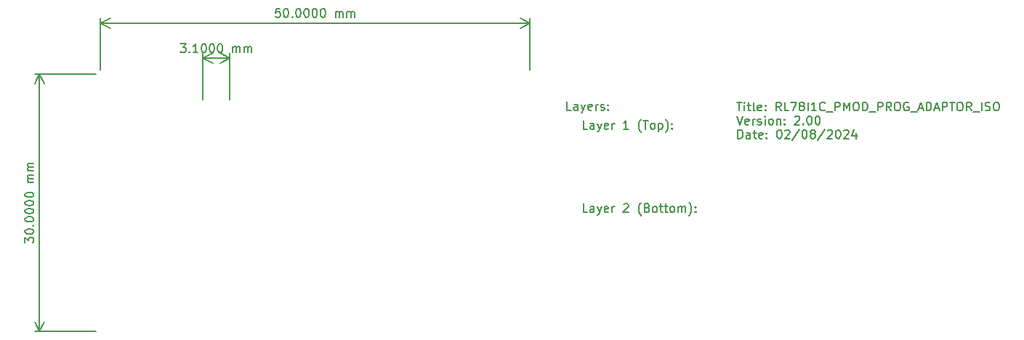
<source format=gbr>
%TF.GenerationSoftware,KiCad,Pcbnew,7.0.10*%
%TF.CreationDate,2024-08-02T12:55:58+01:00*%
%TF.ProjectId,RL78I1C_PMOD_PROG_ADAPTOR_ISO,524c3738-4931-4435-9f50-4d4f445f5052,0*%
%TF.SameCoordinates,PX5b8d800PY7997ee0*%
%TF.FileFunction,Other,Comment*%
%FSLAX46Y46*%
G04 Gerber Fmt 4.6, Leading zero omitted, Abs format (unit mm)*
G04 Created by KiCad (PCBNEW 7.0.10) date 2024-08-02 12:55:58*
%MOMM*%
%LPD*%
G01*
G04 APERTURE LIST*
%ADD10C,0.150000*%
G04 APERTURE END LIST*
D10*
X74119922Y26694181D02*
X74691350Y26694181D01*
X74405636Y25694181D02*
X74405636Y26694181D01*
X75024684Y25694181D02*
X75024684Y26360848D01*
X75024684Y26694181D02*
X74977065Y26646562D01*
X74977065Y26646562D02*
X75024684Y26598943D01*
X75024684Y26598943D02*
X75072303Y26646562D01*
X75072303Y26646562D02*
X75024684Y26694181D01*
X75024684Y26694181D02*
X75024684Y26598943D01*
X75358017Y26360848D02*
X75738969Y26360848D01*
X75500874Y26694181D02*
X75500874Y25837039D01*
X75500874Y25837039D02*
X75548493Y25741800D01*
X75548493Y25741800D02*
X75643731Y25694181D01*
X75643731Y25694181D02*
X75738969Y25694181D01*
X76215160Y25694181D02*
X76119922Y25741800D01*
X76119922Y25741800D02*
X76072303Y25837039D01*
X76072303Y25837039D02*
X76072303Y26694181D01*
X76977065Y25741800D02*
X76881827Y25694181D01*
X76881827Y25694181D02*
X76691351Y25694181D01*
X76691351Y25694181D02*
X76596113Y25741800D01*
X76596113Y25741800D02*
X76548494Y25837039D01*
X76548494Y25837039D02*
X76548494Y26217991D01*
X76548494Y26217991D02*
X76596113Y26313229D01*
X76596113Y26313229D02*
X76691351Y26360848D01*
X76691351Y26360848D02*
X76881827Y26360848D01*
X76881827Y26360848D02*
X76977065Y26313229D01*
X76977065Y26313229D02*
X77024684Y26217991D01*
X77024684Y26217991D02*
X77024684Y26122753D01*
X77024684Y26122753D02*
X76548494Y26027515D01*
X77453256Y25789420D02*
X77500875Y25741800D01*
X77500875Y25741800D02*
X77453256Y25694181D01*
X77453256Y25694181D02*
X77405637Y25741800D01*
X77405637Y25741800D02*
X77453256Y25789420D01*
X77453256Y25789420D02*
X77453256Y25694181D01*
X77453256Y26313229D02*
X77500875Y26265610D01*
X77500875Y26265610D02*
X77453256Y26217991D01*
X77453256Y26217991D02*
X77405637Y26265610D01*
X77405637Y26265610D02*
X77453256Y26313229D01*
X77453256Y26313229D02*
X77453256Y26217991D01*
X79262779Y25694181D02*
X78929446Y26170372D01*
X78691351Y25694181D02*
X78691351Y26694181D01*
X78691351Y26694181D02*
X79072303Y26694181D01*
X79072303Y26694181D02*
X79167541Y26646562D01*
X79167541Y26646562D02*
X79215160Y26598943D01*
X79215160Y26598943D02*
X79262779Y26503705D01*
X79262779Y26503705D02*
X79262779Y26360848D01*
X79262779Y26360848D02*
X79215160Y26265610D01*
X79215160Y26265610D02*
X79167541Y26217991D01*
X79167541Y26217991D02*
X79072303Y26170372D01*
X79072303Y26170372D02*
X78691351Y26170372D01*
X80167541Y25694181D02*
X79691351Y25694181D01*
X79691351Y25694181D02*
X79691351Y26694181D01*
X80405637Y26694181D02*
X81072303Y26694181D01*
X81072303Y26694181D02*
X80643732Y25694181D01*
X81596113Y26265610D02*
X81500875Y26313229D01*
X81500875Y26313229D02*
X81453256Y26360848D01*
X81453256Y26360848D02*
X81405637Y26456086D01*
X81405637Y26456086D02*
X81405637Y26503705D01*
X81405637Y26503705D02*
X81453256Y26598943D01*
X81453256Y26598943D02*
X81500875Y26646562D01*
X81500875Y26646562D02*
X81596113Y26694181D01*
X81596113Y26694181D02*
X81786589Y26694181D01*
X81786589Y26694181D02*
X81881827Y26646562D01*
X81881827Y26646562D02*
X81929446Y26598943D01*
X81929446Y26598943D02*
X81977065Y26503705D01*
X81977065Y26503705D02*
X81977065Y26456086D01*
X81977065Y26456086D02*
X81929446Y26360848D01*
X81929446Y26360848D02*
X81881827Y26313229D01*
X81881827Y26313229D02*
X81786589Y26265610D01*
X81786589Y26265610D02*
X81596113Y26265610D01*
X81596113Y26265610D02*
X81500875Y26217991D01*
X81500875Y26217991D02*
X81453256Y26170372D01*
X81453256Y26170372D02*
X81405637Y26075134D01*
X81405637Y26075134D02*
X81405637Y25884658D01*
X81405637Y25884658D02*
X81453256Y25789420D01*
X81453256Y25789420D02*
X81500875Y25741800D01*
X81500875Y25741800D02*
X81596113Y25694181D01*
X81596113Y25694181D02*
X81786589Y25694181D01*
X81786589Y25694181D02*
X81881827Y25741800D01*
X81881827Y25741800D02*
X81929446Y25789420D01*
X81929446Y25789420D02*
X81977065Y25884658D01*
X81977065Y25884658D02*
X81977065Y26075134D01*
X81977065Y26075134D02*
X81929446Y26170372D01*
X81929446Y26170372D02*
X81881827Y26217991D01*
X81881827Y26217991D02*
X81786589Y26265610D01*
X82405637Y25694181D02*
X82405637Y26694181D01*
X83405636Y25694181D02*
X82834208Y25694181D01*
X83119922Y25694181D02*
X83119922Y26694181D01*
X83119922Y26694181D02*
X83024684Y26551324D01*
X83024684Y26551324D02*
X82929446Y26456086D01*
X82929446Y26456086D02*
X82834208Y26408467D01*
X84405636Y25789420D02*
X84358017Y25741800D01*
X84358017Y25741800D02*
X84215160Y25694181D01*
X84215160Y25694181D02*
X84119922Y25694181D01*
X84119922Y25694181D02*
X83977065Y25741800D01*
X83977065Y25741800D02*
X83881827Y25837039D01*
X83881827Y25837039D02*
X83834208Y25932277D01*
X83834208Y25932277D02*
X83786589Y26122753D01*
X83786589Y26122753D02*
X83786589Y26265610D01*
X83786589Y26265610D02*
X83834208Y26456086D01*
X83834208Y26456086D02*
X83881827Y26551324D01*
X83881827Y26551324D02*
X83977065Y26646562D01*
X83977065Y26646562D02*
X84119922Y26694181D01*
X84119922Y26694181D02*
X84215160Y26694181D01*
X84215160Y26694181D02*
X84358017Y26646562D01*
X84358017Y26646562D02*
X84405636Y26598943D01*
X84596113Y25598943D02*
X85358017Y25598943D01*
X85596113Y25694181D02*
X85596113Y26694181D01*
X85596113Y26694181D02*
X85977065Y26694181D01*
X85977065Y26694181D02*
X86072303Y26646562D01*
X86072303Y26646562D02*
X86119922Y26598943D01*
X86119922Y26598943D02*
X86167541Y26503705D01*
X86167541Y26503705D02*
X86167541Y26360848D01*
X86167541Y26360848D02*
X86119922Y26265610D01*
X86119922Y26265610D02*
X86072303Y26217991D01*
X86072303Y26217991D02*
X85977065Y26170372D01*
X85977065Y26170372D02*
X85596113Y26170372D01*
X86596113Y25694181D02*
X86596113Y26694181D01*
X86596113Y26694181D02*
X86929446Y25979896D01*
X86929446Y25979896D02*
X87262779Y26694181D01*
X87262779Y26694181D02*
X87262779Y25694181D01*
X87929446Y26694181D02*
X88119922Y26694181D01*
X88119922Y26694181D02*
X88215160Y26646562D01*
X88215160Y26646562D02*
X88310398Y26551324D01*
X88310398Y26551324D02*
X88358017Y26360848D01*
X88358017Y26360848D02*
X88358017Y26027515D01*
X88358017Y26027515D02*
X88310398Y25837039D01*
X88310398Y25837039D02*
X88215160Y25741800D01*
X88215160Y25741800D02*
X88119922Y25694181D01*
X88119922Y25694181D02*
X87929446Y25694181D01*
X87929446Y25694181D02*
X87834208Y25741800D01*
X87834208Y25741800D02*
X87738970Y25837039D01*
X87738970Y25837039D02*
X87691351Y26027515D01*
X87691351Y26027515D02*
X87691351Y26360848D01*
X87691351Y26360848D02*
X87738970Y26551324D01*
X87738970Y26551324D02*
X87834208Y26646562D01*
X87834208Y26646562D02*
X87929446Y26694181D01*
X88786589Y25694181D02*
X88786589Y26694181D01*
X88786589Y26694181D02*
X89024684Y26694181D01*
X89024684Y26694181D02*
X89167541Y26646562D01*
X89167541Y26646562D02*
X89262779Y26551324D01*
X89262779Y26551324D02*
X89310398Y26456086D01*
X89310398Y26456086D02*
X89358017Y26265610D01*
X89358017Y26265610D02*
X89358017Y26122753D01*
X89358017Y26122753D02*
X89310398Y25932277D01*
X89310398Y25932277D02*
X89262779Y25837039D01*
X89262779Y25837039D02*
X89167541Y25741800D01*
X89167541Y25741800D02*
X89024684Y25694181D01*
X89024684Y25694181D02*
X88786589Y25694181D01*
X89548494Y25598943D02*
X90310398Y25598943D01*
X90548494Y25694181D02*
X90548494Y26694181D01*
X90548494Y26694181D02*
X90929446Y26694181D01*
X90929446Y26694181D02*
X91024684Y26646562D01*
X91024684Y26646562D02*
X91072303Y26598943D01*
X91072303Y26598943D02*
X91119922Y26503705D01*
X91119922Y26503705D02*
X91119922Y26360848D01*
X91119922Y26360848D02*
X91072303Y26265610D01*
X91072303Y26265610D02*
X91024684Y26217991D01*
X91024684Y26217991D02*
X90929446Y26170372D01*
X90929446Y26170372D02*
X90548494Y26170372D01*
X92119922Y25694181D02*
X91786589Y26170372D01*
X91548494Y25694181D02*
X91548494Y26694181D01*
X91548494Y26694181D02*
X91929446Y26694181D01*
X91929446Y26694181D02*
X92024684Y26646562D01*
X92024684Y26646562D02*
X92072303Y26598943D01*
X92072303Y26598943D02*
X92119922Y26503705D01*
X92119922Y26503705D02*
X92119922Y26360848D01*
X92119922Y26360848D02*
X92072303Y26265610D01*
X92072303Y26265610D02*
X92024684Y26217991D01*
X92024684Y26217991D02*
X91929446Y26170372D01*
X91929446Y26170372D02*
X91548494Y26170372D01*
X92738970Y26694181D02*
X92929446Y26694181D01*
X92929446Y26694181D02*
X93024684Y26646562D01*
X93024684Y26646562D02*
X93119922Y26551324D01*
X93119922Y26551324D02*
X93167541Y26360848D01*
X93167541Y26360848D02*
X93167541Y26027515D01*
X93167541Y26027515D02*
X93119922Y25837039D01*
X93119922Y25837039D02*
X93024684Y25741800D01*
X93024684Y25741800D02*
X92929446Y25694181D01*
X92929446Y25694181D02*
X92738970Y25694181D01*
X92738970Y25694181D02*
X92643732Y25741800D01*
X92643732Y25741800D02*
X92548494Y25837039D01*
X92548494Y25837039D02*
X92500875Y26027515D01*
X92500875Y26027515D02*
X92500875Y26360848D01*
X92500875Y26360848D02*
X92548494Y26551324D01*
X92548494Y26551324D02*
X92643732Y26646562D01*
X92643732Y26646562D02*
X92738970Y26694181D01*
X94119922Y26646562D02*
X94024684Y26694181D01*
X94024684Y26694181D02*
X93881827Y26694181D01*
X93881827Y26694181D02*
X93738970Y26646562D01*
X93738970Y26646562D02*
X93643732Y26551324D01*
X93643732Y26551324D02*
X93596113Y26456086D01*
X93596113Y26456086D02*
X93548494Y26265610D01*
X93548494Y26265610D02*
X93548494Y26122753D01*
X93548494Y26122753D02*
X93596113Y25932277D01*
X93596113Y25932277D02*
X93643732Y25837039D01*
X93643732Y25837039D02*
X93738970Y25741800D01*
X93738970Y25741800D02*
X93881827Y25694181D01*
X93881827Y25694181D02*
X93977065Y25694181D01*
X93977065Y25694181D02*
X94119922Y25741800D01*
X94119922Y25741800D02*
X94167541Y25789420D01*
X94167541Y25789420D02*
X94167541Y26122753D01*
X94167541Y26122753D02*
X93977065Y26122753D01*
X94358018Y25598943D02*
X95119922Y25598943D01*
X95310399Y25979896D02*
X95786589Y25979896D01*
X95215161Y25694181D02*
X95548494Y26694181D01*
X95548494Y26694181D02*
X95881827Y25694181D01*
X96215161Y25694181D02*
X96215161Y26694181D01*
X96215161Y26694181D02*
X96453256Y26694181D01*
X96453256Y26694181D02*
X96596113Y26646562D01*
X96596113Y26646562D02*
X96691351Y26551324D01*
X96691351Y26551324D02*
X96738970Y26456086D01*
X96738970Y26456086D02*
X96786589Y26265610D01*
X96786589Y26265610D02*
X96786589Y26122753D01*
X96786589Y26122753D02*
X96738970Y25932277D01*
X96738970Y25932277D02*
X96691351Y25837039D01*
X96691351Y25837039D02*
X96596113Y25741800D01*
X96596113Y25741800D02*
X96453256Y25694181D01*
X96453256Y25694181D02*
X96215161Y25694181D01*
X97167542Y25979896D02*
X97643732Y25979896D01*
X97072304Y25694181D02*
X97405637Y26694181D01*
X97405637Y26694181D02*
X97738970Y25694181D01*
X98072304Y25694181D02*
X98072304Y26694181D01*
X98072304Y26694181D02*
X98453256Y26694181D01*
X98453256Y26694181D02*
X98548494Y26646562D01*
X98548494Y26646562D02*
X98596113Y26598943D01*
X98596113Y26598943D02*
X98643732Y26503705D01*
X98643732Y26503705D02*
X98643732Y26360848D01*
X98643732Y26360848D02*
X98596113Y26265610D01*
X98596113Y26265610D02*
X98548494Y26217991D01*
X98548494Y26217991D02*
X98453256Y26170372D01*
X98453256Y26170372D02*
X98072304Y26170372D01*
X98929447Y26694181D02*
X99500875Y26694181D01*
X99215161Y25694181D02*
X99215161Y26694181D01*
X100024685Y26694181D02*
X100215161Y26694181D01*
X100215161Y26694181D02*
X100310399Y26646562D01*
X100310399Y26646562D02*
X100405637Y26551324D01*
X100405637Y26551324D02*
X100453256Y26360848D01*
X100453256Y26360848D02*
X100453256Y26027515D01*
X100453256Y26027515D02*
X100405637Y25837039D01*
X100405637Y25837039D02*
X100310399Y25741800D01*
X100310399Y25741800D02*
X100215161Y25694181D01*
X100215161Y25694181D02*
X100024685Y25694181D01*
X100024685Y25694181D02*
X99929447Y25741800D01*
X99929447Y25741800D02*
X99834209Y25837039D01*
X99834209Y25837039D02*
X99786590Y26027515D01*
X99786590Y26027515D02*
X99786590Y26360848D01*
X99786590Y26360848D02*
X99834209Y26551324D01*
X99834209Y26551324D02*
X99929447Y26646562D01*
X99929447Y26646562D02*
X100024685Y26694181D01*
X101453256Y25694181D02*
X101119923Y26170372D01*
X100881828Y25694181D02*
X100881828Y26694181D01*
X100881828Y26694181D02*
X101262780Y26694181D01*
X101262780Y26694181D02*
X101358018Y26646562D01*
X101358018Y26646562D02*
X101405637Y26598943D01*
X101405637Y26598943D02*
X101453256Y26503705D01*
X101453256Y26503705D02*
X101453256Y26360848D01*
X101453256Y26360848D02*
X101405637Y26265610D01*
X101405637Y26265610D02*
X101358018Y26217991D01*
X101358018Y26217991D02*
X101262780Y26170372D01*
X101262780Y26170372D02*
X100881828Y26170372D01*
X101643733Y25598943D02*
X102405637Y25598943D01*
X102643733Y25694181D02*
X102643733Y26694181D01*
X103072304Y25741800D02*
X103215161Y25694181D01*
X103215161Y25694181D02*
X103453256Y25694181D01*
X103453256Y25694181D02*
X103548494Y25741800D01*
X103548494Y25741800D02*
X103596113Y25789420D01*
X103596113Y25789420D02*
X103643732Y25884658D01*
X103643732Y25884658D02*
X103643732Y25979896D01*
X103643732Y25979896D02*
X103596113Y26075134D01*
X103596113Y26075134D02*
X103548494Y26122753D01*
X103548494Y26122753D02*
X103453256Y26170372D01*
X103453256Y26170372D02*
X103262780Y26217991D01*
X103262780Y26217991D02*
X103167542Y26265610D01*
X103167542Y26265610D02*
X103119923Y26313229D01*
X103119923Y26313229D02*
X103072304Y26408467D01*
X103072304Y26408467D02*
X103072304Y26503705D01*
X103072304Y26503705D02*
X103119923Y26598943D01*
X103119923Y26598943D02*
X103167542Y26646562D01*
X103167542Y26646562D02*
X103262780Y26694181D01*
X103262780Y26694181D02*
X103500875Y26694181D01*
X103500875Y26694181D02*
X103643732Y26646562D01*
X104262780Y26694181D02*
X104453256Y26694181D01*
X104453256Y26694181D02*
X104548494Y26646562D01*
X104548494Y26646562D02*
X104643732Y26551324D01*
X104643732Y26551324D02*
X104691351Y26360848D01*
X104691351Y26360848D02*
X104691351Y26027515D01*
X104691351Y26027515D02*
X104643732Y25837039D01*
X104643732Y25837039D02*
X104548494Y25741800D01*
X104548494Y25741800D02*
X104453256Y25694181D01*
X104453256Y25694181D02*
X104262780Y25694181D01*
X104262780Y25694181D02*
X104167542Y25741800D01*
X104167542Y25741800D02*
X104072304Y25837039D01*
X104072304Y25837039D02*
X104024685Y26027515D01*
X104024685Y26027515D02*
X104024685Y26360848D01*
X104024685Y26360848D02*
X104072304Y26551324D01*
X104072304Y26551324D02*
X104167542Y26646562D01*
X104167542Y26646562D02*
X104262780Y26694181D01*
X74119922Y25084181D02*
X74453255Y24084181D01*
X74453255Y24084181D02*
X74786588Y25084181D01*
X75500874Y24131800D02*
X75405636Y24084181D01*
X75405636Y24084181D02*
X75215160Y24084181D01*
X75215160Y24084181D02*
X75119922Y24131800D01*
X75119922Y24131800D02*
X75072303Y24227039D01*
X75072303Y24227039D02*
X75072303Y24607991D01*
X75072303Y24607991D02*
X75119922Y24703229D01*
X75119922Y24703229D02*
X75215160Y24750848D01*
X75215160Y24750848D02*
X75405636Y24750848D01*
X75405636Y24750848D02*
X75500874Y24703229D01*
X75500874Y24703229D02*
X75548493Y24607991D01*
X75548493Y24607991D02*
X75548493Y24512753D01*
X75548493Y24512753D02*
X75072303Y24417515D01*
X75977065Y24084181D02*
X75977065Y24750848D01*
X75977065Y24560372D02*
X76024684Y24655610D01*
X76024684Y24655610D02*
X76072303Y24703229D01*
X76072303Y24703229D02*
X76167541Y24750848D01*
X76167541Y24750848D02*
X76262779Y24750848D01*
X76548494Y24131800D02*
X76643732Y24084181D01*
X76643732Y24084181D02*
X76834208Y24084181D01*
X76834208Y24084181D02*
X76929446Y24131800D01*
X76929446Y24131800D02*
X76977065Y24227039D01*
X76977065Y24227039D02*
X76977065Y24274658D01*
X76977065Y24274658D02*
X76929446Y24369896D01*
X76929446Y24369896D02*
X76834208Y24417515D01*
X76834208Y24417515D02*
X76691351Y24417515D01*
X76691351Y24417515D02*
X76596113Y24465134D01*
X76596113Y24465134D02*
X76548494Y24560372D01*
X76548494Y24560372D02*
X76548494Y24607991D01*
X76548494Y24607991D02*
X76596113Y24703229D01*
X76596113Y24703229D02*
X76691351Y24750848D01*
X76691351Y24750848D02*
X76834208Y24750848D01*
X76834208Y24750848D02*
X76929446Y24703229D01*
X77405637Y24084181D02*
X77405637Y24750848D01*
X77405637Y25084181D02*
X77358018Y25036562D01*
X77358018Y25036562D02*
X77405637Y24988943D01*
X77405637Y24988943D02*
X77453256Y25036562D01*
X77453256Y25036562D02*
X77405637Y25084181D01*
X77405637Y25084181D02*
X77405637Y24988943D01*
X78024684Y24084181D02*
X77929446Y24131800D01*
X77929446Y24131800D02*
X77881827Y24179420D01*
X77881827Y24179420D02*
X77834208Y24274658D01*
X77834208Y24274658D02*
X77834208Y24560372D01*
X77834208Y24560372D02*
X77881827Y24655610D01*
X77881827Y24655610D02*
X77929446Y24703229D01*
X77929446Y24703229D02*
X78024684Y24750848D01*
X78024684Y24750848D02*
X78167541Y24750848D01*
X78167541Y24750848D02*
X78262779Y24703229D01*
X78262779Y24703229D02*
X78310398Y24655610D01*
X78310398Y24655610D02*
X78358017Y24560372D01*
X78358017Y24560372D02*
X78358017Y24274658D01*
X78358017Y24274658D02*
X78310398Y24179420D01*
X78310398Y24179420D02*
X78262779Y24131800D01*
X78262779Y24131800D02*
X78167541Y24084181D01*
X78167541Y24084181D02*
X78024684Y24084181D01*
X78786589Y24750848D02*
X78786589Y24084181D01*
X78786589Y24655610D02*
X78834208Y24703229D01*
X78834208Y24703229D02*
X78929446Y24750848D01*
X78929446Y24750848D02*
X79072303Y24750848D01*
X79072303Y24750848D02*
X79167541Y24703229D01*
X79167541Y24703229D02*
X79215160Y24607991D01*
X79215160Y24607991D02*
X79215160Y24084181D01*
X79691351Y24179420D02*
X79738970Y24131800D01*
X79738970Y24131800D02*
X79691351Y24084181D01*
X79691351Y24084181D02*
X79643732Y24131800D01*
X79643732Y24131800D02*
X79691351Y24179420D01*
X79691351Y24179420D02*
X79691351Y24084181D01*
X79691351Y24703229D02*
X79738970Y24655610D01*
X79738970Y24655610D02*
X79691351Y24607991D01*
X79691351Y24607991D02*
X79643732Y24655610D01*
X79643732Y24655610D02*
X79691351Y24703229D01*
X79691351Y24703229D02*
X79691351Y24607991D01*
X80881827Y24988943D02*
X80929446Y25036562D01*
X80929446Y25036562D02*
X81024684Y25084181D01*
X81024684Y25084181D02*
X81262779Y25084181D01*
X81262779Y25084181D02*
X81358017Y25036562D01*
X81358017Y25036562D02*
X81405636Y24988943D01*
X81405636Y24988943D02*
X81453255Y24893705D01*
X81453255Y24893705D02*
X81453255Y24798467D01*
X81453255Y24798467D02*
X81405636Y24655610D01*
X81405636Y24655610D02*
X80834208Y24084181D01*
X80834208Y24084181D02*
X81453255Y24084181D01*
X81881827Y24179420D02*
X81929446Y24131800D01*
X81929446Y24131800D02*
X81881827Y24084181D01*
X81881827Y24084181D02*
X81834208Y24131800D01*
X81834208Y24131800D02*
X81881827Y24179420D01*
X81881827Y24179420D02*
X81881827Y24084181D01*
X82548493Y25084181D02*
X82643731Y25084181D01*
X82643731Y25084181D02*
X82738969Y25036562D01*
X82738969Y25036562D02*
X82786588Y24988943D01*
X82786588Y24988943D02*
X82834207Y24893705D01*
X82834207Y24893705D02*
X82881826Y24703229D01*
X82881826Y24703229D02*
X82881826Y24465134D01*
X82881826Y24465134D02*
X82834207Y24274658D01*
X82834207Y24274658D02*
X82786588Y24179420D01*
X82786588Y24179420D02*
X82738969Y24131800D01*
X82738969Y24131800D02*
X82643731Y24084181D01*
X82643731Y24084181D02*
X82548493Y24084181D01*
X82548493Y24084181D02*
X82453255Y24131800D01*
X82453255Y24131800D02*
X82405636Y24179420D01*
X82405636Y24179420D02*
X82358017Y24274658D01*
X82358017Y24274658D02*
X82310398Y24465134D01*
X82310398Y24465134D02*
X82310398Y24703229D01*
X82310398Y24703229D02*
X82358017Y24893705D01*
X82358017Y24893705D02*
X82405636Y24988943D01*
X82405636Y24988943D02*
X82453255Y25036562D01*
X82453255Y25036562D02*
X82548493Y25084181D01*
X83500874Y25084181D02*
X83596112Y25084181D01*
X83596112Y25084181D02*
X83691350Y25036562D01*
X83691350Y25036562D02*
X83738969Y24988943D01*
X83738969Y24988943D02*
X83786588Y24893705D01*
X83786588Y24893705D02*
X83834207Y24703229D01*
X83834207Y24703229D02*
X83834207Y24465134D01*
X83834207Y24465134D02*
X83786588Y24274658D01*
X83786588Y24274658D02*
X83738969Y24179420D01*
X83738969Y24179420D02*
X83691350Y24131800D01*
X83691350Y24131800D02*
X83596112Y24084181D01*
X83596112Y24084181D02*
X83500874Y24084181D01*
X83500874Y24084181D02*
X83405636Y24131800D01*
X83405636Y24131800D02*
X83358017Y24179420D01*
X83358017Y24179420D02*
X83310398Y24274658D01*
X83310398Y24274658D02*
X83262779Y24465134D01*
X83262779Y24465134D02*
X83262779Y24703229D01*
X83262779Y24703229D02*
X83310398Y24893705D01*
X83310398Y24893705D02*
X83358017Y24988943D01*
X83358017Y24988943D02*
X83405636Y25036562D01*
X83405636Y25036562D02*
X83500874Y25084181D01*
X74262779Y22474181D02*
X74262779Y23474181D01*
X74262779Y23474181D02*
X74500874Y23474181D01*
X74500874Y23474181D02*
X74643731Y23426562D01*
X74643731Y23426562D02*
X74738969Y23331324D01*
X74738969Y23331324D02*
X74786588Y23236086D01*
X74786588Y23236086D02*
X74834207Y23045610D01*
X74834207Y23045610D02*
X74834207Y22902753D01*
X74834207Y22902753D02*
X74786588Y22712277D01*
X74786588Y22712277D02*
X74738969Y22617039D01*
X74738969Y22617039D02*
X74643731Y22521800D01*
X74643731Y22521800D02*
X74500874Y22474181D01*
X74500874Y22474181D02*
X74262779Y22474181D01*
X75691350Y22474181D02*
X75691350Y22997991D01*
X75691350Y22997991D02*
X75643731Y23093229D01*
X75643731Y23093229D02*
X75548493Y23140848D01*
X75548493Y23140848D02*
X75358017Y23140848D01*
X75358017Y23140848D02*
X75262779Y23093229D01*
X75691350Y22521800D02*
X75596112Y22474181D01*
X75596112Y22474181D02*
X75358017Y22474181D01*
X75358017Y22474181D02*
X75262779Y22521800D01*
X75262779Y22521800D02*
X75215160Y22617039D01*
X75215160Y22617039D02*
X75215160Y22712277D01*
X75215160Y22712277D02*
X75262779Y22807515D01*
X75262779Y22807515D02*
X75358017Y22855134D01*
X75358017Y22855134D02*
X75596112Y22855134D01*
X75596112Y22855134D02*
X75691350Y22902753D01*
X76024684Y23140848D02*
X76405636Y23140848D01*
X76167541Y23474181D02*
X76167541Y22617039D01*
X76167541Y22617039D02*
X76215160Y22521800D01*
X76215160Y22521800D02*
X76310398Y22474181D01*
X76310398Y22474181D02*
X76405636Y22474181D01*
X77119922Y22521800D02*
X77024684Y22474181D01*
X77024684Y22474181D02*
X76834208Y22474181D01*
X76834208Y22474181D02*
X76738970Y22521800D01*
X76738970Y22521800D02*
X76691351Y22617039D01*
X76691351Y22617039D02*
X76691351Y22997991D01*
X76691351Y22997991D02*
X76738970Y23093229D01*
X76738970Y23093229D02*
X76834208Y23140848D01*
X76834208Y23140848D02*
X77024684Y23140848D01*
X77024684Y23140848D02*
X77119922Y23093229D01*
X77119922Y23093229D02*
X77167541Y22997991D01*
X77167541Y22997991D02*
X77167541Y22902753D01*
X77167541Y22902753D02*
X76691351Y22807515D01*
X77596113Y22569420D02*
X77643732Y22521800D01*
X77643732Y22521800D02*
X77596113Y22474181D01*
X77596113Y22474181D02*
X77548494Y22521800D01*
X77548494Y22521800D02*
X77596113Y22569420D01*
X77596113Y22569420D02*
X77596113Y22474181D01*
X77596113Y23093229D02*
X77643732Y23045610D01*
X77643732Y23045610D02*
X77596113Y22997991D01*
X77596113Y22997991D02*
X77548494Y23045610D01*
X77548494Y23045610D02*
X77596113Y23093229D01*
X77596113Y23093229D02*
X77596113Y22997991D01*
X79024684Y23474181D02*
X79119922Y23474181D01*
X79119922Y23474181D02*
X79215160Y23426562D01*
X79215160Y23426562D02*
X79262779Y23378943D01*
X79262779Y23378943D02*
X79310398Y23283705D01*
X79310398Y23283705D02*
X79358017Y23093229D01*
X79358017Y23093229D02*
X79358017Y22855134D01*
X79358017Y22855134D02*
X79310398Y22664658D01*
X79310398Y22664658D02*
X79262779Y22569420D01*
X79262779Y22569420D02*
X79215160Y22521800D01*
X79215160Y22521800D02*
X79119922Y22474181D01*
X79119922Y22474181D02*
X79024684Y22474181D01*
X79024684Y22474181D02*
X78929446Y22521800D01*
X78929446Y22521800D02*
X78881827Y22569420D01*
X78881827Y22569420D02*
X78834208Y22664658D01*
X78834208Y22664658D02*
X78786589Y22855134D01*
X78786589Y22855134D02*
X78786589Y23093229D01*
X78786589Y23093229D02*
X78834208Y23283705D01*
X78834208Y23283705D02*
X78881827Y23378943D01*
X78881827Y23378943D02*
X78929446Y23426562D01*
X78929446Y23426562D02*
X79024684Y23474181D01*
X79738970Y23378943D02*
X79786589Y23426562D01*
X79786589Y23426562D02*
X79881827Y23474181D01*
X79881827Y23474181D02*
X80119922Y23474181D01*
X80119922Y23474181D02*
X80215160Y23426562D01*
X80215160Y23426562D02*
X80262779Y23378943D01*
X80262779Y23378943D02*
X80310398Y23283705D01*
X80310398Y23283705D02*
X80310398Y23188467D01*
X80310398Y23188467D02*
X80262779Y23045610D01*
X80262779Y23045610D02*
X79691351Y22474181D01*
X79691351Y22474181D02*
X80310398Y22474181D01*
X81453255Y23521800D02*
X80596113Y22236086D01*
X81977065Y23474181D02*
X82072303Y23474181D01*
X82072303Y23474181D02*
X82167541Y23426562D01*
X82167541Y23426562D02*
X82215160Y23378943D01*
X82215160Y23378943D02*
X82262779Y23283705D01*
X82262779Y23283705D02*
X82310398Y23093229D01*
X82310398Y23093229D02*
X82310398Y22855134D01*
X82310398Y22855134D02*
X82262779Y22664658D01*
X82262779Y22664658D02*
X82215160Y22569420D01*
X82215160Y22569420D02*
X82167541Y22521800D01*
X82167541Y22521800D02*
X82072303Y22474181D01*
X82072303Y22474181D02*
X81977065Y22474181D01*
X81977065Y22474181D02*
X81881827Y22521800D01*
X81881827Y22521800D02*
X81834208Y22569420D01*
X81834208Y22569420D02*
X81786589Y22664658D01*
X81786589Y22664658D02*
X81738970Y22855134D01*
X81738970Y22855134D02*
X81738970Y23093229D01*
X81738970Y23093229D02*
X81786589Y23283705D01*
X81786589Y23283705D02*
X81834208Y23378943D01*
X81834208Y23378943D02*
X81881827Y23426562D01*
X81881827Y23426562D02*
X81977065Y23474181D01*
X82881827Y23045610D02*
X82786589Y23093229D01*
X82786589Y23093229D02*
X82738970Y23140848D01*
X82738970Y23140848D02*
X82691351Y23236086D01*
X82691351Y23236086D02*
X82691351Y23283705D01*
X82691351Y23283705D02*
X82738970Y23378943D01*
X82738970Y23378943D02*
X82786589Y23426562D01*
X82786589Y23426562D02*
X82881827Y23474181D01*
X82881827Y23474181D02*
X83072303Y23474181D01*
X83072303Y23474181D02*
X83167541Y23426562D01*
X83167541Y23426562D02*
X83215160Y23378943D01*
X83215160Y23378943D02*
X83262779Y23283705D01*
X83262779Y23283705D02*
X83262779Y23236086D01*
X83262779Y23236086D02*
X83215160Y23140848D01*
X83215160Y23140848D02*
X83167541Y23093229D01*
X83167541Y23093229D02*
X83072303Y23045610D01*
X83072303Y23045610D02*
X82881827Y23045610D01*
X82881827Y23045610D02*
X82786589Y22997991D01*
X82786589Y22997991D02*
X82738970Y22950372D01*
X82738970Y22950372D02*
X82691351Y22855134D01*
X82691351Y22855134D02*
X82691351Y22664658D01*
X82691351Y22664658D02*
X82738970Y22569420D01*
X82738970Y22569420D02*
X82786589Y22521800D01*
X82786589Y22521800D02*
X82881827Y22474181D01*
X82881827Y22474181D02*
X83072303Y22474181D01*
X83072303Y22474181D02*
X83167541Y22521800D01*
X83167541Y22521800D02*
X83215160Y22569420D01*
X83215160Y22569420D02*
X83262779Y22664658D01*
X83262779Y22664658D02*
X83262779Y22855134D01*
X83262779Y22855134D02*
X83215160Y22950372D01*
X83215160Y22950372D02*
X83167541Y22997991D01*
X83167541Y22997991D02*
X83072303Y23045610D01*
X84405636Y23521800D02*
X83548494Y22236086D01*
X84691351Y23378943D02*
X84738970Y23426562D01*
X84738970Y23426562D02*
X84834208Y23474181D01*
X84834208Y23474181D02*
X85072303Y23474181D01*
X85072303Y23474181D02*
X85167541Y23426562D01*
X85167541Y23426562D02*
X85215160Y23378943D01*
X85215160Y23378943D02*
X85262779Y23283705D01*
X85262779Y23283705D02*
X85262779Y23188467D01*
X85262779Y23188467D02*
X85215160Y23045610D01*
X85215160Y23045610D02*
X84643732Y22474181D01*
X84643732Y22474181D02*
X85262779Y22474181D01*
X85881827Y23474181D02*
X85977065Y23474181D01*
X85977065Y23474181D02*
X86072303Y23426562D01*
X86072303Y23426562D02*
X86119922Y23378943D01*
X86119922Y23378943D02*
X86167541Y23283705D01*
X86167541Y23283705D02*
X86215160Y23093229D01*
X86215160Y23093229D02*
X86215160Y22855134D01*
X86215160Y22855134D02*
X86167541Y22664658D01*
X86167541Y22664658D02*
X86119922Y22569420D01*
X86119922Y22569420D02*
X86072303Y22521800D01*
X86072303Y22521800D02*
X85977065Y22474181D01*
X85977065Y22474181D02*
X85881827Y22474181D01*
X85881827Y22474181D02*
X85786589Y22521800D01*
X85786589Y22521800D02*
X85738970Y22569420D01*
X85738970Y22569420D02*
X85691351Y22664658D01*
X85691351Y22664658D02*
X85643732Y22855134D01*
X85643732Y22855134D02*
X85643732Y23093229D01*
X85643732Y23093229D02*
X85691351Y23283705D01*
X85691351Y23283705D02*
X85738970Y23378943D01*
X85738970Y23378943D02*
X85786589Y23426562D01*
X85786589Y23426562D02*
X85881827Y23474181D01*
X86596113Y23378943D02*
X86643732Y23426562D01*
X86643732Y23426562D02*
X86738970Y23474181D01*
X86738970Y23474181D02*
X86977065Y23474181D01*
X86977065Y23474181D02*
X87072303Y23426562D01*
X87072303Y23426562D02*
X87119922Y23378943D01*
X87119922Y23378943D02*
X87167541Y23283705D01*
X87167541Y23283705D02*
X87167541Y23188467D01*
X87167541Y23188467D02*
X87119922Y23045610D01*
X87119922Y23045610D02*
X86548494Y22474181D01*
X86548494Y22474181D02*
X87167541Y22474181D01*
X88024684Y23140848D02*
X88024684Y22474181D01*
X87786589Y23521800D02*
X87548494Y22807515D01*
X87548494Y22807515D02*
X88167541Y22807515D01*
X56738969Y23574181D02*
X56262779Y23574181D01*
X56262779Y23574181D02*
X56262779Y24574181D01*
X57500874Y23574181D02*
X57500874Y24097991D01*
X57500874Y24097991D02*
X57453255Y24193229D01*
X57453255Y24193229D02*
X57358017Y24240848D01*
X57358017Y24240848D02*
X57167541Y24240848D01*
X57167541Y24240848D02*
X57072303Y24193229D01*
X57500874Y23621800D02*
X57405636Y23574181D01*
X57405636Y23574181D02*
X57167541Y23574181D01*
X57167541Y23574181D02*
X57072303Y23621800D01*
X57072303Y23621800D02*
X57024684Y23717039D01*
X57024684Y23717039D02*
X57024684Y23812277D01*
X57024684Y23812277D02*
X57072303Y23907515D01*
X57072303Y23907515D02*
X57167541Y23955134D01*
X57167541Y23955134D02*
X57405636Y23955134D01*
X57405636Y23955134D02*
X57500874Y24002753D01*
X57881827Y24240848D02*
X58119922Y23574181D01*
X58358017Y24240848D02*
X58119922Y23574181D01*
X58119922Y23574181D02*
X58024684Y23336086D01*
X58024684Y23336086D02*
X57977065Y23288467D01*
X57977065Y23288467D02*
X57881827Y23240848D01*
X59119922Y23621800D02*
X59024684Y23574181D01*
X59024684Y23574181D02*
X58834208Y23574181D01*
X58834208Y23574181D02*
X58738970Y23621800D01*
X58738970Y23621800D02*
X58691351Y23717039D01*
X58691351Y23717039D02*
X58691351Y24097991D01*
X58691351Y24097991D02*
X58738970Y24193229D01*
X58738970Y24193229D02*
X58834208Y24240848D01*
X58834208Y24240848D02*
X59024684Y24240848D01*
X59024684Y24240848D02*
X59119922Y24193229D01*
X59119922Y24193229D02*
X59167541Y24097991D01*
X59167541Y24097991D02*
X59167541Y24002753D01*
X59167541Y24002753D02*
X58691351Y23907515D01*
X59596113Y23574181D02*
X59596113Y24240848D01*
X59596113Y24050372D02*
X59643732Y24145610D01*
X59643732Y24145610D02*
X59691351Y24193229D01*
X59691351Y24193229D02*
X59786589Y24240848D01*
X59786589Y24240848D02*
X59881827Y24240848D01*
X61500875Y23574181D02*
X60929447Y23574181D01*
X61215161Y23574181D02*
X61215161Y24574181D01*
X61215161Y24574181D02*
X61119923Y24431324D01*
X61119923Y24431324D02*
X61024685Y24336086D01*
X61024685Y24336086D02*
X60929447Y24288467D01*
X62977066Y23193229D02*
X62929447Y23240848D01*
X62929447Y23240848D02*
X62834209Y23383705D01*
X62834209Y23383705D02*
X62786590Y23478943D01*
X62786590Y23478943D02*
X62738971Y23621800D01*
X62738971Y23621800D02*
X62691352Y23859896D01*
X62691352Y23859896D02*
X62691352Y24050372D01*
X62691352Y24050372D02*
X62738971Y24288467D01*
X62738971Y24288467D02*
X62786590Y24431324D01*
X62786590Y24431324D02*
X62834209Y24526562D01*
X62834209Y24526562D02*
X62929447Y24669420D01*
X62929447Y24669420D02*
X62977066Y24717039D01*
X63215162Y24574181D02*
X63786590Y24574181D01*
X63500876Y23574181D02*
X63500876Y24574181D01*
X64262781Y23574181D02*
X64167543Y23621800D01*
X64167543Y23621800D02*
X64119924Y23669420D01*
X64119924Y23669420D02*
X64072305Y23764658D01*
X64072305Y23764658D02*
X64072305Y24050372D01*
X64072305Y24050372D02*
X64119924Y24145610D01*
X64119924Y24145610D02*
X64167543Y24193229D01*
X64167543Y24193229D02*
X64262781Y24240848D01*
X64262781Y24240848D02*
X64405638Y24240848D01*
X64405638Y24240848D02*
X64500876Y24193229D01*
X64500876Y24193229D02*
X64548495Y24145610D01*
X64548495Y24145610D02*
X64596114Y24050372D01*
X64596114Y24050372D02*
X64596114Y23764658D01*
X64596114Y23764658D02*
X64548495Y23669420D01*
X64548495Y23669420D02*
X64500876Y23621800D01*
X64500876Y23621800D02*
X64405638Y23574181D01*
X64405638Y23574181D02*
X64262781Y23574181D01*
X65024686Y24240848D02*
X65024686Y23240848D01*
X65024686Y24193229D02*
X65119924Y24240848D01*
X65119924Y24240848D02*
X65310400Y24240848D01*
X65310400Y24240848D02*
X65405638Y24193229D01*
X65405638Y24193229D02*
X65453257Y24145610D01*
X65453257Y24145610D02*
X65500876Y24050372D01*
X65500876Y24050372D02*
X65500876Y23764658D01*
X65500876Y23764658D02*
X65453257Y23669420D01*
X65453257Y23669420D02*
X65405638Y23621800D01*
X65405638Y23621800D02*
X65310400Y23574181D01*
X65310400Y23574181D02*
X65119924Y23574181D01*
X65119924Y23574181D02*
X65024686Y23621800D01*
X65834210Y23193229D02*
X65881829Y23240848D01*
X65881829Y23240848D02*
X65977067Y23383705D01*
X65977067Y23383705D02*
X66024686Y23478943D01*
X66024686Y23478943D02*
X66072305Y23621800D01*
X66072305Y23621800D02*
X66119924Y23859896D01*
X66119924Y23859896D02*
X66119924Y24050372D01*
X66119924Y24050372D02*
X66072305Y24288467D01*
X66072305Y24288467D02*
X66024686Y24431324D01*
X66024686Y24431324D02*
X65977067Y24526562D01*
X65977067Y24526562D02*
X65881829Y24669420D01*
X65881829Y24669420D02*
X65834210Y24717039D01*
X66596115Y23669420D02*
X66643734Y23621800D01*
X66643734Y23621800D02*
X66596115Y23574181D01*
X66596115Y23574181D02*
X66548496Y23621800D01*
X66548496Y23621800D02*
X66596115Y23669420D01*
X66596115Y23669420D02*
X66596115Y23574181D01*
X66596115Y24193229D02*
X66643734Y24145610D01*
X66643734Y24145610D02*
X66596115Y24097991D01*
X66596115Y24097991D02*
X66548496Y24145610D01*
X66548496Y24145610D02*
X66596115Y24193229D01*
X66596115Y24193229D02*
X66596115Y24097991D01*
X56738969Y13874181D02*
X56262779Y13874181D01*
X56262779Y13874181D02*
X56262779Y14874181D01*
X57500874Y13874181D02*
X57500874Y14397991D01*
X57500874Y14397991D02*
X57453255Y14493229D01*
X57453255Y14493229D02*
X57358017Y14540848D01*
X57358017Y14540848D02*
X57167541Y14540848D01*
X57167541Y14540848D02*
X57072303Y14493229D01*
X57500874Y13921800D02*
X57405636Y13874181D01*
X57405636Y13874181D02*
X57167541Y13874181D01*
X57167541Y13874181D02*
X57072303Y13921800D01*
X57072303Y13921800D02*
X57024684Y14017039D01*
X57024684Y14017039D02*
X57024684Y14112277D01*
X57024684Y14112277D02*
X57072303Y14207515D01*
X57072303Y14207515D02*
X57167541Y14255134D01*
X57167541Y14255134D02*
X57405636Y14255134D01*
X57405636Y14255134D02*
X57500874Y14302753D01*
X57881827Y14540848D02*
X58119922Y13874181D01*
X58358017Y14540848D02*
X58119922Y13874181D01*
X58119922Y13874181D02*
X58024684Y13636086D01*
X58024684Y13636086D02*
X57977065Y13588467D01*
X57977065Y13588467D02*
X57881827Y13540848D01*
X59119922Y13921800D02*
X59024684Y13874181D01*
X59024684Y13874181D02*
X58834208Y13874181D01*
X58834208Y13874181D02*
X58738970Y13921800D01*
X58738970Y13921800D02*
X58691351Y14017039D01*
X58691351Y14017039D02*
X58691351Y14397991D01*
X58691351Y14397991D02*
X58738970Y14493229D01*
X58738970Y14493229D02*
X58834208Y14540848D01*
X58834208Y14540848D02*
X59024684Y14540848D01*
X59024684Y14540848D02*
X59119922Y14493229D01*
X59119922Y14493229D02*
X59167541Y14397991D01*
X59167541Y14397991D02*
X59167541Y14302753D01*
X59167541Y14302753D02*
X58691351Y14207515D01*
X59596113Y13874181D02*
X59596113Y14540848D01*
X59596113Y14350372D02*
X59643732Y14445610D01*
X59643732Y14445610D02*
X59691351Y14493229D01*
X59691351Y14493229D02*
X59786589Y14540848D01*
X59786589Y14540848D02*
X59881827Y14540848D01*
X60929447Y14778943D02*
X60977066Y14826562D01*
X60977066Y14826562D02*
X61072304Y14874181D01*
X61072304Y14874181D02*
X61310399Y14874181D01*
X61310399Y14874181D02*
X61405637Y14826562D01*
X61405637Y14826562D02*
X61453256Y14778943D01*
X61453256Y14778943D02*
X61500875Y14683705D01*
X61500875Y14683705D02*
X61500875Y14588467D01*
X61500875Y14588467D02*
X61453256Y14445610D01*
X61453256Y14445610D02*
X60881828Y13874181D01*
X60881828Y13874181D02*
X61500875Y13874181D01*
X62977066Y13493229D02*
X62929447Y13540848D01*
X62929447Y13540848D02*
X62834209Y13683705D01*
X62834209Y13683705D02*
X62786590Y13778943D01*
X62786590Y13778943D02*
X62738971Y13921800D01*
X62738971Y13921800D02*
X62691352Y14159896D01*
X62691352Y14159896D02*
X62691352Y14350372D01*
X62691352Y14350372D02*
X62738971Y14588467D01*
X62738971Y14588467D02*
X62786590Y14731324D01*
X62786590Y14731324D02*
X62834209Y14826562D01*
X62834209Y14826562D02*
X62929447Y14969420D01*
X62929447Y14969420D02*
X62977066Y15017039D01*
X63691352Y14397991D02*
X63834209Y14350372D01*
X63834209Y14350372D02*
X63881828Y14302753D01*
X63881828Y14302753D02*
X63929447Y14207515D01*
X63929447Y14207515D02*
X63929447Y14064658D01*
X63929447Y14064658D02*
X63881828Y13969420D01*
X63881828Y13969420D02*
X63834209Y13921800D01*
X63834209Y13921800D02*
X63738971Y13874181D01*
X63738971Y13874181D02*
X63358019Y13874181D01*
X63358019Y13874181D02*
X63358019Y14874181D01*
X63358019Y14874181D02*
X63691352Y14874181D01*
X63691352Y14874181D02*
X63786590Y14826562D01*
X63786590Y14826562D02*
X63834209Y14778943D01*
X63834209Y14778943D02*
X63881828Y14683705D01*
X63881828Y14683705D02*
X63881828Y14588467D01*
X63881828Y14588467D02*
X63834209Y14493229D01*
X63834209Y14493229D02*
X63786590Y14445610D01*
X63786590Y14445610D02*
X63691352Y14397991D01*
X63691352Y14397991D02*
X63358019Y14397991D01*
X64500876Y13874181D02*
X64405638Y13921800D01*
X64405638Y13921800D02*
X64358019Y13969420D01*
X64358019Y13969420D02*
X64310400Y14064658D01*
X64310400Y14064658D02*
X64310400Y14350372D01*
X64310400Y14350372D02*
X64358019Y14445610D01*
X64358019Y14445610D02*
X64405638Y14493229D01*
X64405638Y14493229D02*
X64500876Y14540848D01*
X64500876Y14540848D02*
X64643733Y14540848D01*
X64643733Y14540848D02*
X64738971Y14493229D01*
X64738971Y14493229D02*
X64786590Y14445610D01*
X64786590Y14445610D02*
X64834209Y14350372D01*
X64834209Y14350372D02*
X64834209Y14064658D01*
X64834209Y14064658D02*
X64786590Y13969420D01*
X64786590Y13969420D02*
X64738971Y13921800D01*
X64738971Y13921800D02*
X64643733Y13874181D01*
X64643733Y13874181D02*
X64500876Y13874181D01*
X65119924Y14540848D02*
X65500876Y14540848D01*
X65262781Y14874181D02*
X65262781Y14017039D01*
X65262781Y14017039D02*
X65310400Y13921800D01*
X65310400Y13921800D02*
X65405638Y13874181D01*
X65405638Y13874181D02*
X65500876Y13874181D01*
X65691353Y14540848D02*
X66072305Y14540848D01*
X65834210Y14874181D02*
X65834210Y14017039D01*
X65834210Y14017039D02*
X65881829Y13921800D01*
X65881829Y13921800D02*
X65977067Y13874181D01*
X65977067Y13874181D02*
X66072305Y13874181D01*
X66548496Y13874181D02*
X66453258Y13921800D01*
X66453258Y13921800D02*
X66405639Y13969420D01*
X66405639Y13969420D02*
X66358020Y14064658D01*
X66358020Y14064658D02*
X66358020Y14350372D01*
X66358020Y14350372D02*
X66405639Y14445610D01*
X66405639Y14445610D02*
X66453258Y14493229D01*
X66453258Y14493229D02*
X66548496Y14540848D01*
X66548496Y14540848D02*
X66691353Y14540848D01*
X66691353Y14540848D02*
X66786591Y14493229D01*
X66786591Y14493229D02*
X66834210Y14445610D01*
X66834210Y14445610D02*
X66881829Y14350372D01*
X66881829Y14350372D02*
X66881829Y14064658D01*
X66881829Y14064658D02*
X66834210Y13969420D01*
X66834210Y13969420D02*
X66786591Y13921800D01*
X66786591Y13921800D02*
X66691353Y13874181D01*
X66691353Y13874181D02*
X66548496Y13874181D01*
X67310401Y13874181D02*
X67310401Y14540848D01*
X67310401Y14445610D02*
X67358020Y14493229D01*
X67358020Y14493229D02*
X67453258Y14540848D01*
X67453258Y14540848D02*
X67596115Y14540848D01*
X67596115Y14540848D02*
X67691353Y14493229D01*
X67691353Y14493229D02*
X67738972Y14397991D01*
X67738972Y14397991D02*
X67738972Y13874181D01*
X67738972Y14397991D02*
X67786591Y14493229D01*
X67786591Y14493229D02*
X67881829Y14540848D01*
X67881829Y14540848D02*
X68024686Y14540848D01*
X68024686Y14540848D02*
X68119925Y14493229D01*
X68119925Y14493229D02*
X68167544Y14397991D01*
X68167544Y14397991D02*
X68167544Y13874181D01*
X68548496Y13493229D02*
X68596115Y13540848D01*
X68596115Y13540848D02*
X68691353Y13683705D01*
X68691353Y13683705D02*
X68738972Y13778943D01*
X68738972Y13778943D02*
X68786591Y13921800D01*
X68786591Y13921800D02*
X68834210Y14159896D01*
X68834210Y14159896D02*
X68834210Y14350372D01*
X68834210Y14350372D02*
X68786591Y14588467D01*
X68786591Y14588467D02*
X68738972Y14731324D01*
X68738972Y14731324D02*
X68691353Y14826562D01*
X68691353Y14826562D02*
X68596115Y14969420D01*
X68596115Y14969420D02*
X68548496Y15017039D01*
X69310401Y13969420D02*
X69358020Y13921800D01*
X69358020Y13921800D02*
X69310401Y13874181D01*
X69310401Y13874181D02*
X69262782Y13921800D01*
X69262782Y13921800D02*
X69310401Y13969420D01*
X69310401Y13969420D02*
X69310401Y13874181D01*
X69310401Y14493229D02*
X69358020Y14445610D01*
X69358020Y14445610D02*
X69310401Y14397991D01*
X69310401Y14397991D02*
X69262782Y14445610D01*
X69262782Y14445610D02*
X69310401Y14493229D01*
X69310401Y14493229D02*
X69310401Y14397991D01*
X54838969Y25774181D02*
X54362779Y25774181D01*
X54362779Y25774181D02*
X54362779Y26774181D01*
X55600874Y25774181D02*
X55600874Y26297991D01*
X55600874Y26297991D02*
X55553255Y26393229D01*
X55553255Y26393229D02*
X55458017Y26440848D01*
X55458017Y26440848D02*
X55267541Y26440848D01*
X55267541Y26440848D02*
X55172303Y26393229D01*
X55600874Y25821800D02*
X55505636Y25774181D01*
X55505636Y25774181D02*
X55267541Y25774181D01*
X55267541Y25774181D02*
X55172303Y25821800D01*
X55172303Y25821800D02*
X55124684Y25917039D01*
X55124684Y25917039D02*
X55124684Y26012277D01*
X55124684Y26012277D02*
X55172303Y26107515D01*
X55172303Y26107515D02*
X55267541Y26155134D01*
X55267541Y26155134D02*
X55505636Y26155134D01*
X55505636Y26155134D02*
X55600874Y26202753D01*
X55981827Y26440848D02*
X56219922Y25774181D01*
X56458017Y26440848D02*
X56219922Y25774181D01*
X56219922Y25774181D02*
X56124684Y25536086D01*
X56124684Y25536086D02*
X56077065Y25488467D01*
X56077065Y25488467D02*
X55981827Y25440848D01*
X57219922Y25821800D02*
X57124684Y25774181D01*
X57124684Y25774181D02*
X56934208Y25774181D01*
X56934208Y25774181D02*
X56838970Y25821800D01*
X56838970Y25821800D02*
X56791351Y25917039D01*
X56791351Y25917039D02*
X56791351Y26297991D01*
X56791351Y26297991D02*
X56838970Y26393229D01*
X56838970Y26393229D02*
X56934208Y26440848D01*
X56934208Y26440848D02*
X57124684Y26440848D01*
X57124684Y26440848D02*
X57219922Y26393229D01*
X57219922Y26393229D02*
X57267541Y26297991D01*
X57267541Y26297991D02*
X57267541Y26202753D01*
X57267541Y26202753D02*
X56791351Y26107515D01*
X57696113Y25774181D02*
X57696113Y26440848D01*
X57696113Y26250372D02*
X57743732Y26345610D01*
X57743732Y26345610D02*
X57791351Y26393229D01*
X57791351Y26393229D02*
X57886589Y26440848D01*
X57886589Y26440848D02*
X57981827Y26440848D01*
X58267542Y25821800D02*
X58362780Y25774181D01*
X58362780Y25774181D02*
X58553256Y25774181D01*
X58553256Y25774181D02*
X58648494Y25821800D01*
X58648494Y25821800D02*
X58696113Y25917039D01*
X58696113Y25917039D02*
X58696113Y25964658D01*
X58696113Y25964658D02*
X58648494Y26059896D01*
X58648494Y26059896D02*
X58553256Y26107515D01*
X58553256Y26107515D02*
X58410399Y26107515D01*
X58410399Y26107515D02*
X58315161Y26155134D01*
X58315161Y26155134D02*
X58267542Y26250372D01*
X58267542Y26250372D02*
X58267542Y26297991D01*
X58267542Y26297991D02*
X58315161Y26393229D01*
X58315161Y26393229D02*
X58410399Y26440848D01*
X58410399Y26440848D02*
X58553256Y26440848D01*
X58553256Y26440848D02*
X58648494Y26393229D01*
X59124685Y25869420D02*
X59172304Y25821800D01*
X59172304Y25821800D02*
X59124685Y25774181D01*
X59124685Y25774181D02*
X59077066Y25821800D01*
X59077066Y25821800D02*
X59124685Y25869420D01*
X59124685Y25869420D02*
X59124685Y25774181D01*
X59124685Y26393229D02*
X59172304Y26345610D01*
X59172304Y26345610D02*
X59124685Y26297991D01*
X59124685Y26297991D02*
X59077066Y26345610D01*
X59077066Y26345610D02*
X59124685Y26393229D01*
X59124685Y26393229D02*
X59124685Y26297991D01*
X-8795181Y10333335D02*
X-8795181Y10952382D01*
X-8795181Y10952382D02*
X-8414229Y10619049D01*
X-8414229Y10619049D02*
X-8414229Y10761906D01*
X-8414229Y10761906D02*
X-8366610Y10857144D01*
X-8366610Y10857144D02*
X-8318991Y10904763D01*
X-8318991Y10904763D02*
X-8223753Y10952382D01*
X-8223753Y10952382D02*
X-7985658Y10952382D01*
X-7985658Y10952382D02*
X-7890420Y10904763D01*
X-7890420Y10904763D02*
X-7842800Y10857144D01*
X-7842800Y10857144D02*
X-7795181Y10761906D01*
X-7795181Y10761906D02*
X-7795181Y10476192D01*
X-7795181Y10476192D02*
X-7842800Y10380954D01*
X-7842800Y10380954D02*
X-7890420Y10333335D01*
X-8795181Y11571430D02*
X-8795181Y11666668D01*
X-8795181Y11666668D02*
X-8747562Y11761906D01*
X-8747562Y11761906D02*
X-8699943Y11809525D01*
X-8699943Y11809525D02*
X-8604705Y11857144D01*
X-8604705Y11857144D02*
X-8414229Y11904763D01*
X-8414229Y11904763D02*
X-8176134Y11904763D01*
X-8176134Y11904763D02*
X-7985658Y11857144D01*
X-7985658Y11857144D02*
X-7890420Y11809525D01*
X-7890420Y11809525D02*
X-7842800Y11761906D01*
X-7842800Y11761906D02*
X-7795181Y11666668D01*
X-7795181Y11666668D02*
X-7795181Y11571430D01*
X-7795181Y11571430D02*
X-7842800Y11476192D01*
X-7842800Y11476192D02*
X-7890420Y11428573D01*
X-7890420Y11428573D02*
X-7985658Y11380954D01*
X-7985658Y11380954D02*
X-8176134Y11333335D01*
X-8176134Y11333335D02*
X-8414229Y11333335D01*
X-8414229Y11333335D02*
X-8604705Y11380954D01*
X-8604705Y11380954D02*
X-8699943Y11428573D01*
X-8699943Y11428573D02*
X-8747562Y11476192D01*
X-8747562Y11476192D02*
X-8795181Y11571430D01*
X-7890420Y12333335D02*
X-7842800Y12380954D01*
X-7842800Y12380954D02*
X-7795181Y12333335D01*
X-7795181Y12333335D02*
X-7842800Y12285716D01*
X-7842800Y12285716D02*
X-7890420Y12333335D01*
X-7890420Y12333335D02*
X-7795181Y12333335D01*
X-8795181Y13000001D02*
X-8795181Y13095239D01*
X-8795181Y13095239D02*
X-8747562Y13190477D01*
X-8747562Y13190477D02*
X-8699943Y13238096D01*
X-8699943Y13238096D02*
X-8604705Y13285715D01*
X-8604705Y13285715D02*
X-8414229Y13333334D01*
X-8414229Y13333334D02*
X-8176134Y13333334D01*
X-8176134Y13333334D02*
X-7985658Y13285715D01*
X-7985658Y13285715D02*
X-7890420Y13238096D01*
X-7890420Y13238096D02*
X-7842800Y13190477D01*
X-7842800Y13190477D02*
X-7795181Y13095239D01*
X-7795181Y13095239D02*
X-7795181Y13000001D01*
X-7795181Y13000001D02*
X-7842800Y12904763D01*
X-7842800Y12904763D02*
X-7890420Y12857144D01*
X-7890420Y12857144D02*
X-7985658Y12809525D01*
X-7985658Y12809525D02*
X-8176134Y12761906D01*
X-8176134Y12761906D02*
X-8414229Y12761906D01*
X-8414229Y12761906D02*
X-8604705Y12809525D01*
X-8604705Y12809525D02*
X-8699943Y12857144D01*
X-8699943Y12857144D02*
X-8747562Y12904763D01*
X-8747562Y12904763D02*
X-8795181Y13000001D01*
X-8795181Y13952382D02*
X-8795181Y14047620D01*
X-8795181Y14047620D02*
X-8747562Y14142858D01*
X-8747562Y14142858D02*
X-8699943Y14190477D01*
X-8699943Y14190477D02*
X-8604705Y14238096D01*
X-8604705Y14238096D02*
X-8414229Y14285715D01*
X-8414229Y14285715D02*
X-8176134Y14285715D01*
X-8176134Y14285715D02*
X-7985658Y14238096D01*
X-7985658Y14238096D02*
X-7890420Y14190477D01*
X-7890420Y14190477D02*
X-7842800Y14142858D01*
X-7842800Y14142858D02*
X-7795181Y14047620D01*
X-7795181Y14047620D02*
X-7795181Y13952382D01*
X-7795181Y13952382D02*
X-7842800Y13857144D01*
X-7842800Y13857144D02*
X-7890420Y13809525D01*
X-7890420Y13809525D02*
X-7985658Y13761906D01*
X-7985658Y13761906D02*
X-8176134Y13714287D01*
X-8176134Y13714287D02*
X-8414229Y13714287D01*
X-8414229Y13714287D02*
X-8604705Y13761906D01*
X-8604705Y13761906D02*
X-8699943Y13809525D01*
X-8699943Y13809525D02*
X-8747562Y13857144D01*
X-8747562Y13857144D02*
X-8795181Y13952382D01*
X-8795181Y14904763D02*
X-8795181Y15000001D01*
X-8795181Y15000001D02*
X-8747562Y15095239D01*
X-8747562Y15095239D02*
X-8699943Y15142858D01*
X-8699943Y15142858D02*
X-8604705Y15190477D01*
X-8604705Y15190477D02*
X-8414229Y15238096D01*
X-8414229Y15238096D02*
X-8176134Y15238096D01*
X-8176134Y15238096D02*
X-7985658Y15190477D01*
X-7985658Y15190477D02*
X-7890420Y15142858D01*
X-7890420Y15142858D02*
X-7842800Y15095239D01*
X-7842800Y15095239D02*
X-7795181Y15000001D01*
X-7795181Y15000001D02*
X-7795181Y14904763D01*
X-7795181Y14904763D02*
X-7842800Y14809525D01*
X-7842800Y14809525D02*
X-7890420Y14761906D01*
X-7890420Y14761906D02*
X-7985658Y14714287D01*
X-7985658Y14714287D02*
X-8176134Y14666668D01*
X-8176134Y14666668D02*
X-8414229Y14666668D01*
X-8414229Y14666668D02*
X-8604705Y14714287D01*
X-8604705Y14714287D02*
X-8699943Y14761906D01*
X-8699943Y14761906D02*
X-8747562Y14809525D01*
X-8747562Y14809525D02*
X-8795181Y14904763D01*
X-8795181Y15857144D02*
X-8795181Y15952382D01*
X-8795181Y15952382D02*
X-8747562Y16047620D01*
X-8747562Y16047620D02*
X-8699943Y16095239D01*
X-8699943Y16095239D02*
X-8604705Y16142858D01*
X-8604705Y16142858D02*
X-8414229Y16190477D01*
X-8414229Y16190477D02*
X-8176134Y16190477D01*
X-8176134Y16190477D02*
X-7985658Y16142858D01*
X-7985658Y16142858D02*
X-7890420Y16095239D01*
X-7890420Y16095239D02*
X-7842800Y16047620D01*
X-7842800Y16047620D02*
X-7795181Y15952382D01*
X-7795181Y15952382D02*
X-7795181Y15857144D01*
X-7795181Y15857144D02*
X-7842800Y15761906D01*
X-7842800Y15761906D02*
X-7890420Y15714287D01*
X-7890420Y15714287D02*
X-7985658Y15666668D01*
X-7985658Y15666668D02*
X-8176134Y15619049D01*
X-8176134Y15619049D02*
X-8414229Y15619049D01*
X-8414229Y15619049D02*
X-8604705Y15666668D01*
X-8604705Y15666668D02*
X-8699943Y15714287D01*
X-8699943Y15714287D02*
X-8747562Y15761906D01*
X-8747562Y15761906D02*
X-8795181Y15857144D01*
X-7795181Y17380954D02*
X-8461848Y17380954D01*
X-8366610Y17380954D02*
X-8414229Y17428573D01*
X-8414229Y17428573D02*
X-8461848Y17523811D01*
X-8461848Y17523811D02*
X-8461848Y17666668D01*
X-8461848Y17666668D02*
X-8414229Y17761906D01*
X-8414229Y17761906D02*
X-8318991Y17809525D01*
X-8318991Y17809525D02*
X-7795181Y17809525D01*
X-8318991Y17809525D02*
X-8414229Y17857144D01*
X-8414229Y17857144D02*
X-8461848Y17952382D01*
X-8461848Y17952382D02*
X-8461848Y18095239D01*
X-8461848Y18095239D02*
X-8414229Y18190478D01*
X-8414229Y18190478D02*
X-8318991Y18238097D01*
X-8318991Y18238097D02*
X-7795181Y18238097D01*
X-7795181Y18714287D02*
X-8461848Y18714287D01*
X-8366610Y18714287D02*
X-8414229Y18761906D01*
X-8414229Y18761906D02*
X-8461848Y18857144D01*
X-8461848Y18857144D02*
X-8461848Y19000001D01*
X-8461848Y19000001D02*
X-8414229Y19095239D01*
X-8414229Y19095239D02*
X-8318991Y19142858D01*
X-8318991Y19142858D02*
X-7795181Y19142858D01*
X-8318991Y19142858D02*
X-8414229Y19190477D01*
X-8414229Y19190477D02*
X-8461848Y19285715D01*
X-8461848Y19285715D02*
X-8461848Y19428572D01*
X-8461848Y19428572D02*
X-8414229Y19523811D01*
X-8414229Y19523811D02*
X-8318991Y19571430D01*
X-8318991Y19571430D02*
X-7795181Y19571430D01*
X-500000Y30000000D02*
X-7686420Y30000000D01*
X-500000Y0D02*
X-7686420Y0D01*
X-7100000Y30000000D02*
X-7100000Y0D01*
X-7100000Y30000000D02*
X-7100000Y0D01*
X-7100000Y30000000D02*
X-6513579Y28873496D01*
X-7100000Y30000000D02*
X-7686421Y28873496D01*
X-7100000Y0D02*
X-7686421Y1126504D01*
X-7100000Y0D02*
X-6513579Y1126504D01*
X20904762Y37595181D02*
X20428572Y37595181D01*
X20428572Y37595181D02*
X20380953Y37118991D01*
X20380953Y37118991D02*
X20428572Y37166610D01*
X20428572Y37166610D02*
X20523810Y37214229D01*
X20523810Y37214229D02*
X20761905Y37214229D01*
X20761905Y37214229D02*
X20857143Y37166610D01*
X20857143Y37166610D02*
X20904762Y37118991D01*
X20904762Y37118991D02*
X20952381Y37023753D01*
X20952381Y37023753D02*
X20952381Y36785658D01*
X20952381Y36785658D02*
X20904762Y36690420D01*
X20904762Y36690420D02*
X20857143Y36642800D01*
X20857143Y36642800D02*
X20761905Y36595181D01*
X20761905Y36595181D02*
X20523810Y36595181D01*
X20523810Y36595181D02*
X20428572Y36642800D01*
X20428572Y36642800D02*
X20380953Y36690420D01*
X21571429Y37595181D02*
X21666667Y37595181D01*
X21666667Y37595181D02*
X21761905Y37547562D01*
X21761905Y37547562D02*
X21809524Y37499943D01*
X21809524Y37499943D02*
X21857143Y37404705D01*
X21857143Y37404705D02*
X21904762Y37214229D01*
X21904762Y37214229D02*
X21904762Y36976134D01*
X21904762Y36976134D02*
X21857143Y36785658D01*
X21857143Y36785658D02*
X21809524Y36690420D01*
X21809524Y36690420D02*
X21761905Y36642800D01*
X21761905Y36642800D02*
X21666667Y36595181D01*
X21666667Y36595181D02*
X21571429Y36595181D01*
X21571429Y36595181D02*
X21476191Y36642800D01*
X21476191Y36642800D02*
X21428572Y36690420D01*
X21428572Y36690420D02*
X21380953Y36785658D01*
X21380953Y36785658D02*
X21333334Y36976134D01*
X21333334Y36976134D02*
X21333334Y37214229D01*
X21333334Y37214229D02*
X21380953Y37404705D01*
X21380953Y37404705D02*
X21428572Y37499943D01*
X21428572Y37499943D02*
X21476191Y37547562D01*
X21476191Y37547562D02*
X21571429Y37595181D01*
X22333334Y36690420D02*
X22380953Y36642800D01*
X22380953Y36642800D02*
X22333334Y36595181D01*
X22333334Y36595181D02*
X22285715Y36642800D01*
X22285715Y36642800D02*
X22333334Y36690420D01*
X22333334Y36690420D02*
X22333334Y36595181D01*
X23000000Y37595181D02*
X23095238Y37595181D01*
X23095238Y37595181D02*
X23190476Y37547562D01*
X23190476Y37547562D02*
X23238095Y37499943D01*
X23238095Y37499943D02*
X23285714Y37404705D01*
X23285714Y37404705D02*
X23333333Y37214229D01*
X23333333Y37214229D02*
X23333333Y36976134D01*
X23333333Y36976134D02*
X23285714Y36785658D01*
X23285714Y36785658D02*
X23238095Y36690420D01*
X23238095Y36690420D02*
X23190476Y36642800D01*
X23190476Y36642800D02*
X23095238Y36595181D01*
X23095238Y36595181D02*
X23000000Y36595181D01*
X23000000Y36595181D02*
X22904762Y36642800D01*
X22904762Y36642800D02*
X22857143Y36690420D01*
X22857143Y36690420D02*
X22809524Y36785658D01*
X22809524Y36785658D02*
X22761905Y36976134D01*
X22761905Y36976134D02*
X22761905Y37214229D01*
X22761905Y37214229D02*
X22809524Y37404705D01*
X22809524Y37404705D02*
X22857143Y37499943D01*
X22857143Y37499943D02*
X22904762Y37547562D01*
X22904762Y37547562D02*
X23000000Y37595181D01*
X23952381Y37595181D02*
X24047619Y37595181D01*
X24047619Y37595181D02*
X24142857Y37547562D01*
X24142857Y37547562D02*
X24190476Y37499943D01*
X24190476Y37499943D02*
X24238095Y37404705D01*
X24238095Y37404705D02*
X24285714Y37214229D01*
X24285714Y37214229D02*
X24285714Y36976134D01*
X24285714Y36976134D02*
X24238095Y36785658D01*
X24238095Y36785658D02*
X24190476Y36690420D01*
X24190476Y36690420D02*
X24142857Y36642800D01*
X24142857Y36642800D02*
X24047619Y36595181D01*
X24047619Y36595181D02*
X23952381Y36595181D01*
X23952381Y36595181D02*
X23857143Y36642800D01*
X23857143Y36642800D02*
X23809524Y36690420D01*
X23809524Y36690420D02*
X23761905Y36785658D01*
X23761905Y36785658D02*
X23714286Y36976134D01*
X23714286Y36976134D02*
X23714286Y37214229D01*
X23714286Y37214229D02*
X23761905Y37404705D01*
X23761905Y37404705D02*
X23809524Y37499943D01*
X23809524Y37499943D02*
X23857143Y37547562D01*
X23857143Y37547562D02*
X23952381Y37595181D01*
X24904762Y37595181D02*
X25000000Y37595181D01*
X25000000Y37595181D02*
X25095238Y37547562D01*
X25095238Y37547562D02*
X25142857Y37499943D01*
X25142857Y37499943D02*
X25190476Y37404705D01*
X25190476Y37404705D02*
X25238095Y37214229D01*
X25238095Y37214229D02*
X25238095Y36976134D01*
X25238095Y36976134D02*
X25190476Y36785658D01*
X25190476Y36785658D02*
X25142857Y36690420D01*
X25142857Y36690420D02*
X25095238Y36642800D01*
X25095238Y36642800D02*
X25000000Y36595181D01*
X25000000Y36595181D02*
X24904762Y36595181D01*
X24904762Y36595181D02*
X24809524Y36642800D01*
X24809524Y36642800D02*
X24761905Y36690420D01*
X24761905Y36690420D02*
X24714286Y36785658D01*
X24714286Y36785658D02*
X24666667Y36976134D01*
X24666667Y36976134D02*
X24666667Y37214229D01*
X24666667Y37214229D02*
X24714286Y37404705D01*
X24714286Y37404705D02*
X24761905Y37499943D01*
X24761905Y37499943D02*
X24809524Y37547562D01*
X24809524Y37547562D02*
X24904762Y37595181D01*
X25857143Y37595181D02*
X25952381Y37595181D01*
X25952381Y37595181D02*
X26047619Y37547562D01*
X26047619Y37547562D02*
X26095238Y37499943D01*
X26095238Y37499943D02*
X26142857Y37404705D01*
X26142857Y37404705D02*
X26190476Y37214229D01*
X26190476Y37214229D02*
X26190476Y36976134D01*
X26190476Y36976134D02*
X26142857Y36785658D01*
X26142857Y36785658D02*
X26095238Y36690420D01*
X26095238Y36690420D02*
X26047619Y36642800D01*
X26047619Y36642800D02*
X25952381Y36595181D01*
X25952381Y36595181D02*
X25857143Y36595181D01*
X25857143Y36595181D02*
X25761905Y36642800D01*
X25761905Y36642800D02*
X25714286Y36690420D01*
X25714286Y36690420D02*
X25666667Y36785658D01*
X25666667Y36785658D02*
X25619048Y36976134D01*
X25619048Y36976134D02*
X25619048Y37214229D01*
X25619048Y37214229D02*
X25666667Y37404705D01*
X25666667Y37404705D02*
X25714286Y37499943D01*
X25714286Y37499943D02*
X25761905Y37547562D01*
X25761905Y37547562D02*
X25857143Y37595181D01*
X27380953Y36595181D02*
X27380953Y37261848D01*
X27380953Y37166610D02*
X27428572Y37214229D01*
X27428572Y37214229D02*
X27523810Y37261848D01*
X27523810Y37261848D02*
X27666667Y37261848D01*
X27666667Y37261848D02*
X27761905Y37214229D01*
X27761905Y37214229D02*
X27809524Y37118991D01*
X27809524Y37118991D02*
X27809524Y36595181D01*
X27809524Y37118991D02*
X27857143Y37214229D01*
X27857143Y37214229D02*
X27952381Y37261848D01*
X27952381Y37261848D02*
X28095238Y37261848D01*
X28095238Y37261848D02*
X28190477Y37214229D01*
X28190477Y37214229D02*
X28238096Y37118991D01*
X28238096Y37118991D02*
X28238096Y36595181D01*
X28714286Y36595181D02*
X28714286Y37261848D01*
X28714286Y37166610D02*
X28761905Y37214229D01*
X28761905Y37214229D02*
X28857143Y37261848D01*
X28857143Y37261848D02*
X29000000Y37261848D01*
X29000000Y37261848D02*
X29095238Y37214229D01*
X29095238Y37214229D02*
X29142857Y37118991D01*
X29142857Y37118991D02*
X29142857Y36595181D01*
X29142857Y37118991D02*
X29190476Y37214229D01*
X29190476Y37214229D02*
X29285714Y37261848D01*
X29285714Y37261848D02*
X29428571Y37261848D01*
X29428571Y37261848D02*
X29523810Y37214229D01*
X29523810Y37214229D02*
X29571429Y37118991D01*
X29571429Y37118991D02*
X29571429Y36595181D01*
X0Y30500000D02*
X0Y36486420D01*
X50000000Y30500000D02*
X50000000Y36486420D01*
X0Y35900000D02*
X50000000Y35900000D01*
X0Y35900000D02*
X50000000Y35900000D01*
X0Y35900000D02*
X1126504Y36486421D01*
X0Y35900000D02*
X1126504Y35313579D01*
X50000000Y35900000D02*
X48873496Y35313579D01*
X50000000Y35900000D02*
X48873496Y36486421D01*
X9309524Y33495181D02*
X9928571Y33495181D01*
X9928571Y33495181D02*
X9595238Y33114229D01*
X9595238Y33114229D02*
X9738095Y33114229D01*
X9738095Y33114229D02*
X9833333Y33066610D01*
X9833333Y33066610D02*
X9880952Y33018991D01*
X9880952Y33018991D02*
X9928571Y32923753D01*
X9928571Y32923753D02*
X9928571Y32685658D01*
X9928571Y32685658D02*
X9880952Y32590420D01*
X9880952Y32590420D02*
X9833333Y32542800D01*
X9833333Y32542800D02*
X9738095Y32495181D01*
X9738095Y32495181D02*
X9452381Y32495181D01*
X9452381Y32495181D02*
X9357143Y32542800D01*
X9357143Y32542800D02*
X9309524Y32590420D01*
X10357143Y32590420D02*
X10404762Y32542800D01*
X10404762Y32542800D02*
X10357143Y32495181D01*
X10357143Y32495181D02*
X10309524Y32542800D01*
X10309524Y32542800D02*
X10357143Y32590420D01*
X10357143Y32590420D02*
X10357143Y32495181D01*
X11357142Y32495181D02*
X10785714Y32495181D01*
X11071428Y32495181D02*
X11071428Y33495181D01*
X11071428Y33495181D02*
X10976190Y33352324D01*
X10976190Y33352324D02*
X10880952Y33257086D01*
X10880952Y33257086D02*
X10785714Y33209467D01*
X11976190Y33495181D02*
X12071428Y33495181D01*
X12071428Y33495181D02*
X12166666Y33447562D01*
X12166666Y33447562D02*
X12214285Y33399943D01*
X12214285Y33399943D02*
X12261904Y33304705D01*
X12261904Y33304705D02*
X12309523Y33114229D01*
X12309523Y33114229D02*
X12309523Y32876134D01*
X12309523Y32876134D02*
X12261904Y32685658D01*
X12261904Y32685658D02*
X12214285Y32590420D01*
X12214285Y32590420D02*
X12166666Y32542800D01*
X12166666Y32542800D02*
X12071428Y32495181D01*
X12071428Y32495181D02*
X11976190Y32495181D01*
X11976190Y32495181D02*
X11880952Y32542800D01*
X11880952Y32542800D02*
X11833333Y32590420D01*
X11833333Y32590420D02*
X11785714Y32685658D01*
X11785714Y32685658D02*
X11738095Y32876134D01*
X11738095Y32876134D02*
X11738095Y33114229D01*
X11738095Y33114229D02*
X11785714Y33304705D01*
X11785714Y33304705D02*
X11833333Y33399943D01*
X11833333Y33399943D02*
X11880952Y33447562D01*
X11880952Y33447562D02*
X11976190Y33495181D01*
X12928571Y33495181D02*
X13023809Y33495181D01*
X13023809Y33495181D02*
X13119047Y33447562D01*
X13119047Y33447562D02*
X13166666Y33399943D01*
X13166666Y33399943D02*
X13214285Y33304705D01*
X13214285Y33304705D02*
X13261904Y33114229D01*
X13261904Y33114229D02*
X13261904Y32876134D01*
X13261904Y32876134D02*
X13214285Y32685658D01*
X13214285Y32685658D02*
X13166666Y32590420D01*
X13166666Y32590420D02*
X13119047Y32542800D01*
X13119047Y32542800D02*
X13023809Y32495181D01*
X13023809Y32495181D02*
X12928571Y32495181D01*
X12928571Y32495181D02*
X12833333Y32542800D01*
X12833333Y32542800D02*
X12785714Y32590420D01*
X12785714Y32590420D02*
X12738095Y32685658D01*
X12738095Y32685658D02*
X12690476Y32876134D01*
X12690476Y32876134D02*
X12690476Y33114229D01*
X12690476Y33114229D02*
X12738095Y33304705D01*
X12738095Y33304705D02*
X12785714Y33399943D01*
X12785714Y33399943D02*
X12833333Y33447562D01*
X12833333Y33447562D02*
X12928571Y33495181D01*
X13880952Y33495181D02*
X13976190Y33495181D01*
X13976190Y33495181D02*
X14071428Y33447562D01*
X14071428Y33447562D02*
X14119047Y33399943D01*
X14119047Y33399943D02*
X14166666Y33304705D01*
X14166666Y33304705D02*
X14214285Y33114229D01*
X14214285Y33114229D02*
X14214285Y32876134D01*
X14214285Y32876134D02*
X14166666Y32685658D01*
X14166666Y32685658D02*
X14119047Y32590420D01*
X14119047Y32590420D02*
X14071428Y32542800D01*
X14071428Y32542800D02*
X13976190Y32495181D01*
X13976190Y32495181D02*
X13880952Y32495181D01*
X13880952Y32495181D02*
X13785714Y32542800D01*
X13785714Y32542800D02*
X13738095Y32590420D01*
X13738095Y32590420D02*
X13690476Y32685658D01*
X13690476Y32685658D02*
X13642857Y32876134D01*
X13642857Y32876134D02*
X13642857Y33114229D01*
X13642857Y33114229D02*
X13690476Y33304705D01*
X13690476Y33304705D02*
X13738095Y33399943D01*
X13738095Y33399943D02*
X13785714Y33447562D01*
X13785714Y33447562D02*
X13880952Y33495181D01*
X15404762Y32495181D02*
X15404762Y33161848D01*
X15404762Y33066610D02*
X15452381Y33114229D01*
X15452381Y33114229D02*
X15547619Y33161848D01*
X15547619Y33161848D02*
X15690476Y33161848D01*
X15690476Y33161848D02*
X15785714Y33114229D01*
X15785714Y33114229D02*
X15833333Y33018991D01*
X15833333Y33018991D02*
X15833333Y32495181D01*
X15833333Y33018991D02*
X15880952Y33114229D01*
X15880952Y33114229D02*
X15976190Y33161848D01*
X15976190Y33161848D02*
X16119047Y33161848D01*
X16119047Y33161848D02*
X16214286Y33114229D01*
X16214286Y33114229D02*
X16261905Y33018991D01*
X16261905Y33018991D02*
X16261905Y32495181D01*
X16738095Y32495181D02*
X16738095Y33161848D01*
X16738095Y33066610D02*
X16785714Y33114229D01*
X16785714Y33114229D02*
X16880952Y33161848D01*
X16880952Y33161848D02*
X17023809Y33161848D01*
X17023809Y33161848D02*
X17119047Y33114229D01*
X17119047Y33114229D02*
X17166666Y33018991D01*
X17166666Y33018991D02*
X17166666Y32495181D01*
X17166666Y33018991D02*
X17214285Y33114229D01*
X17214285Y33114229D02*
X17309523Y33161848D01*
X17309523Y33161848D02*
X17452380Y33161848D01*
X17452380Y33161848D02*
X17547619Y33114229D01*
X17547619Y33114229D02*
X17595238Y33018991D01*
X17595238Y33018991D02*
X17595238Y32495181D01*
X11950000Y27000000D02*
X11950000Y32386420D01*
X15050000Y27000000D02*
X15050000Y32386420D01*
X11950000Y31800000D02*
X15050000Y31800000D01*
X11950000Y31800000D02*
X15050000Y31800000D01*
X11950000Y31800000D02*
X13076504Y32386421D01*
X11950000Y31800000D02*
X13076504Y31213579D01*
X15050000Y31800000D02*
X13923496Y31213579D01*
X15050000Y31800000D02*
X13923496Y32386421D01*
M02*

</source>
